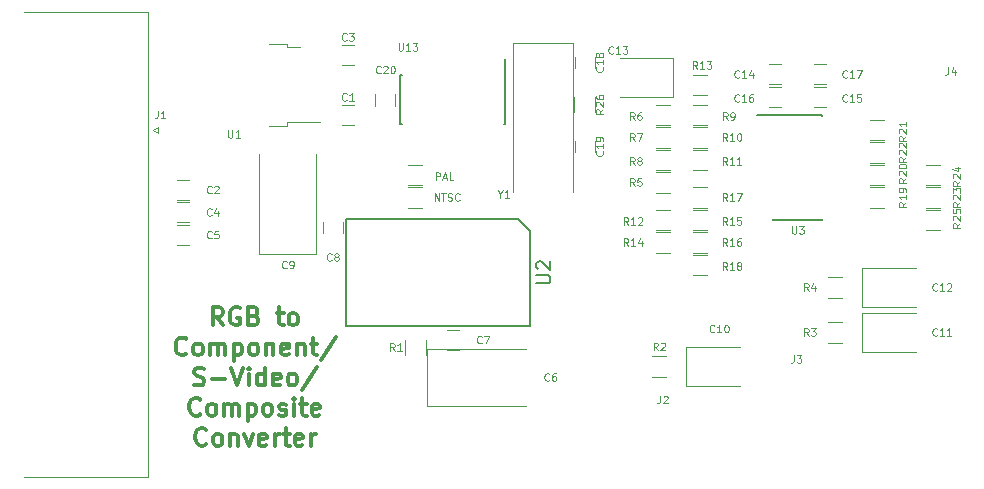
<source format=gto>
G04 #@! TF.FileFunction,Legend,Top*
%FSLAX46Y46*%
G04 Gerber Fmt 4.6, Leading zero omitted, Abs format (unit mm)*
G04 Created by KiCad (PCBNEW 4.0.7) date 02/26/18 13:57:06*
%MOMM*%
%LPD*%
G01*
G04 APERTURE LIST*
%ADD10C,0.100000*%
%ADD11C,0.114300*%
%ADD12C,0.300000*%
%ADD13C,0.120000*%
%ADD14C,0.150000*%
G04 APERTURE END LIST*
D10*
D11*
X103858785Y-91727262D02*
X103858785Y-91092262D01*
X104221643Y-91727262D01*
X104221643Y-91092262D01*
X104433309Y-91092262D02*
X104796166Y-91092262D01*
X104614738Y-91727262D02*
X104614738Y-91092262D01*
X104977595Y-91697024D02*
X105068310Y-91727262D01*
X105219500Y-91727262D01*
X105279976Y-91697024D01*
X105310214Y-91666786D01*
X105340453Y-91606310D01*
X105340453Y-91545833D01*
X105310214Y-91485357D01*
X105279976Y-91455119D01*
X105219500Y-91424881D01*
X105098548Y-91394643D01*
X105038072Y-91364405D01*
X105007833Y-91334167D01*
X104977595Y-91273690D01*
X104977595Y-91213214D01*
X105007833Y-91152738D01*
X105038072Y-91122500D01*
X105098548Y-91092262D01*
X105249738Y-91092262D01*
X105340453Y-91122500D01*
X105975453Y-91666786D02*
X105945215Y-91697024D01*
X105854500Y-91727262D01*
X105794024Y-91727262D01*
X105703310Y-91697024D01*
X105642834Y-91636548D01*
X105612595Y-91576071D01*
X105582357Y-91455119D01*
X105582357Y-91364405D01*
X105612595Y-91243452D01*
X105642834Y-91182976D01*
X105703310Y-91122500D01*
X105794024Y-91092262D01*
X105854500Y-91092262D01*
X105945215Y-91122500D01*
X105975453Y-91152738D01*
X103952523Y-89949262D02*
X103952523Y-89314262D01*
X104194428Y-89314262D01*
X104254904Y-89344500D01*
X104285143Y-89374738D01*
X104315381Y-89435214D01*
X104315381Y-89525929D01*
X104285143Y-89586405D01*
X104254904Y-89616643D01*
X104194428Y-89646881D01*
X103952523Y-89646881D01*
X104557285Y-89767833D02*
X104859666Y-89767833D01*
X104496809Y-89949262D02*
X104708476Y-89314262D01*
X104920143Y-89949262D01*
X105434190Y-89949262D02*
X105131809Y-89949262D01*
X105131809Y-89314262D01*
D12*
X85931715Y-102258571D02*
X85431715Y-101544286D01*
X85074572Y-102258571D02*
X85074572Y-100758571D01*
X85646000Y-100758571D01*
X85788858Y-100830000D01*
X85860286Y-100901429D01*
X85931715Y-101044286D01*
X85931715Y-101258571D01*
X85860286Y-101401429D01*
X85788858Y-101472857D01*
X85646000Y-101544286D01*
X85074572Y-101544286D01*
X87360286Y-100830000D02*
X87217429Y-100758571D01*
X87003143Y-100758571D01*
X86788858Y-100830000D01*
X86646000Y-100972857D01*
X86574572Y-101115714D01*
X86503143Y-101401429D01*
X86503143Y-101615714D01*
X86574572Y-101901429D01*
X86646000Y-102044286D01*
X86788858Y-102187143D01*
X87003143Y-102258571D01*
X87146000Y-102258571D01*
X87360286Y-102187143D01*
X87431715Y-102115714D01*
X87431715Y-101615714D01*
X87146000Y-101615714D01*
X88574572Y-101472857D02*
X88788858Y-101544286D01*
X88860286Y-101615714D01*
X88931715Y-101758571D01*
X88931715Y-101972857D01*
X88860286Y-102115714D01*
X88788858Y-102187143D01*
X88646000Y-102258571D01*
X88074572Y-102258571D01*
X88074572Y-100758571D01*
X88574572Y-100758571D01*
X88717429Y-100830000D01*
X88788858Y-100901429D01*
X88860286Y-101044286D01*
X88860286Y-101187143D01*
X88788858Y-101330000D01*
X88717429Y-101401429D01*
X88574572Y-101472857D01*
X88074572Y-101472857D01*
X90503143Y-101258571D02*
X91074572Y-101258571D01*
X90717429Y-100758571D02*
X90717429Y-102044286D01*
X90788857Y-102187143D01*
X90931715Y-102258571D01*
X91074572Y-102258571D01*
X91788858Y-102258571D02*
X91646000Y-102187143D01*
X91574572Y-102115714D01*
X91503143Y-101972857D01*
X91503143Y-101544286D01*
X91574572Y-101401429D01*
X91646000Y-101330000D01*
X91788858Y-101258571D01*
X92003143Y-101258571D01*
X92146000Y-101330000D01*
X92217429Y-101401429D01*
X92288858Y-101544286D01*
X92288858Y-101972857D01*
X92217429Y-102115714D01*
X92146000Y-102187143D01*
X92003143Y-102258571D01*
X91788858Y-102258571D01*
X82860286Y-104665714D02*
X82788857Y-104737143D01*
X82574571Y-104808571D01*
X82431714Y-104808571D01*
X82217429Y-104737143D01*
X82074571Y-104594286D01*
X82003143Y-104451429D01*
X81931714Y-104165714D01*
X81931714Y-103951429D01*
X82003143Y-103665714D01*
X82074571Y-103522857D01*
X82217429Y-103380000D01*
X82431714Y-103308571D01*
X82574571Y-103308571D01*
X82788857Y-103380000D01*
X82860286Y-103451429D01*
X83717429Y-104808571D02*
X83574571Y-104737143D01*
X83503143Y-104665714D01*
X83431714Y-104522857D01*
X83431714Y-104094286D01*
X83503143Y-103951429D01*
X83574571Y-103880000D01*
X83717429Y-103808571D01*
X83931714Y-103808571D01*
X84074571Y-103880000D01*
X84146000Y-103951429D01*
X84217429Y-104094286D01*
X84217429Y-104522857D01*
X84146000Y-104665714D01*
X84074571Y-104737143D01*
X83931714Y-104808571D01*
X83717429Y-104808571D01*
X84860286Y-104808571D02*
X84860286Y-103808571D01*
X84860286Y-103951429D02*
X84931714Y-103880000D01*
X85074572Y-103808571D01*
X85288857Y-103808571D01*
X85431714Y-103880000D01*
X85503143Y-104022857D01*
X85503143Y-104808571D01*
X85503143Y-104022857D02*
X85574572Y-103880000D01*
X85717429Y-103808571D01*
X85931714Y-103808571D01*
X86074572Y-103880000D01*
X86146000Y-104022857D01*
X86146000Y-104808571D01*
X86860286Y-103808571D02*
X86860286Y-105308571D01*
X86860286Y-103880000D02*
X87003143Y-103808571D01*
X87288857Y-103808571D01*
X87431714Y-103880000D01*
X87503143Y-103951429D01*
X87574572Y-104094286D01*
X87574572Y-104522857D01*
X87503143Y-104665714D01*
X87431714Y-104737143D01*
X87288857Y-104808571D01*
X87003143Y-104808571D01*
X86860286Y-104737143D01*
X88431715Y-104808571D02*
X88288857Y-104737143D01*
X88217429Y-104665714D01*
X88146000Y-104522857D01*
X88146000Y-104094286D01*
X88217429Y-103951429D01*
X88288857Y-103880000D01*
X88431715Y-103808571D01*
X88646000Y-103808571D01*
X88788857Y-103880000D01*
X88860286Y-103951429D01*
X88931715Y-104094286D01*
X88931715Y-104522857D01*
X88860286Y-104665714D01*
X88788857Y-104737143D01*
X88646000Y-104808571D01*
X88431715Y-104808571D01*
X89574572Y-103808571D02*
X89574572Y-104808571D01*
X89574572Y-103951429D02*
X89646000Y-103880000D01*
X89788858Y-103808571D01*
X90003143Y-103808571D01*
X90146000Y-103880000D01*
X90217429Y-104022857D01*
X90217429Y-104808571D01*
X91503143Y-104737143D02*
X91360286Y-104808571D01*
X91074572Y-104808571D01*
X90931715Y-104737143D01*
X90860286Y-104594286D01*
X90860286Y-104022857D01*
X90931715Y-103880000D01*
X91074572Y-103808571D01*
X91360286Y-103808571D01*
X91503143Y-103880000D01*
X91574572Y-104022857D01*
X91574572Y-104165714D01*
X90860286Y-104308571D01*
X92217429Y-103808571D02*
X92217429Y-104808571D01*
X92217429Y-103951429D02*
X92288857Y-103880000D01*
X92431715Y-103808571D01*
X92646000Y-103808571D01*
X92788857Y-103880000D01*
X92860286Y-104022857D01*
X92860286Y-104808571D01*
X93360286Y-103808571D02*
X93931715Y-103808571D01*
X93574572Y-103308571D02*
X93574572Y-104594286D01*
X93646000Y-104737143D01*
X93788858Y-104808571D01*
X93931715Y-104808571D01*
X95503143Y-103237143D02*
X94217429Y-105165714D01*
X83503143Y-107287143D02*
X83717429Y-107358571D01*
X84074572Y-107358571D01*
X84217429Y-107287143D01*
X84288858Y-107215714D01*
X84360286Y-107072857D01*
X84360286Y-106930000D01*
X84288858Y-106787143D01*
X84217429Y-106715714D01*
X84074572Y-106644286D01*
X83788858Y-106572857D01*
X83646000Y-106501429D01*
X83574572Y-106430000D01*
X83503143Y-106287143D01*
X83503143Y-106144286D01*
X83574572Y-106001429D01*
X83646000Y-105930000D01*
X83788858Y-105858571D01*
X84146000Y-105858571D01*
X84360286Y-105930000D01*
X85003143Y-106787143D02*
X86146000Y-106787143D01*
X86646000Y-105858571D02*
X87146000Y-107358571D01*
X87646000Y-105858571D01*
X88146000Y-107358571D02*
X88146000Y-106358571D01*
X88146000Y-105858571D02*
X88074571Y-105930000D01*
X88146000Y-106001429D01*
X88217428Y-105930000D01*
X88146000Y-105858571D01*
X88146000Y-106001429D01*
X89503143Y-107358571D02*
X89503143Y-105858571D01*
X89503143Y-107287143D02*
X89360286Y-107358571D01*
X89074572Y-107358571D01*
X88931714Y-107287143D01*
X88860286Y-107215714D01*
X88788857Y-107072857D01*
X88788857Y-106644286D01*
X88860286Y-106501429D01*
X88931714Y-106430000D01*
X89074572Y-106358571D01*
X89360286Y-106358571D01*
X89503143Y-106430000D01*
X90788857Y-107287143D02*
X90646000Y-107358571D01*
X90360286Y-107358571D01*
X90217429Y-107287143D01*
X90146000Y-107144286D01*
X90146000Y-106572857D01*
X90217429Y-106430000D01*
X90360286Y-106358571D01*
X90646000Y-106358571D01*
X90788857Y-106430000D01*
X90860286Y-106572857D01*
X90860286Y-106715714D01*
X90146000Y-106858571D01*
X91717429Y-107358571D02*
X91574571Y-107287143D01*
X91503143Y-107215714D01*
X91431714Y-107072857D01*
X91431714Y-106644286D01*
X91503143Y-106501429D01*
X91574571Y-106430000D01*
X91717429Y-106358571D01*
X91931714Y-106358571D01*
X92074571Y-106430000D01*
X92146000Y-106501429D01*
X92217429Y-106644286D01*
X92217429Y-107072857D01*
X92146000Y-107215714D01*
X92074571Y-107287143D01*
X91931714Y-107358571D01*
X91717429Y-107358571D01*
X93931714Y-105787143D02*
X92646000Y-107715714D01*
X84038857Y-109765714D02*
X83967428Y-109837143D01*
X83753142Y-109908571D01*
X83610285Y-109908571D01*
X83396000Y-109837143D01*
X83253142Y-109694286D01*
X83181714Y-109551429D01*
X83110285Y-109265714D01*
X83110285Y-109051429D01*
X83181714Y-108765714D01*
X83253142Y-108622857D01*
X83396000Y-108480000D01*
X83610285Y-108408571D01*
X83753142Y-108408571D01*
X83967428Y-108480000D01*
X84038857Y-108551429D01*
X84896000Y-109908571D02*
X84753142Y-109837143D01*
X84681714Y-109765714D01*
X84610285Y-109622857D01*
X84610285Y-109194286D01*
X84681714Y-109051429D01*
X84753142Y-108980000D01*
X84896000Y-108908571D01*
X85110285Y-108908571D01*
X85253142Y-108980000D01*
X85324571Y-109051429D01*
X85396000Y-109194286D01*
X85396000Y-109622857D01*
X85324571Y-109765714D01*
X85253142Y-109837143D01*
X85110285Y-109908571D01*
X84896000Y-109908571D01*
X86038857Y-109908571D02*
X86038857Y-108908571D01*
X86038857Y-109051429D02*
X86110285Y-108980000D01*
X86253143Y-108908571D01*
X86467428Y-108908571D01*
X86610285Y-108980000D01*
X86681714Y-109122857D01*
X86681714Y-109908571D01*
X86681714Y-109122857D02*
X86753143Y-108980000D01*
X86896000Y-108908571D01*
X87110285Y-108908571D01*
X87253143Y-108980000D01*
X87324571Y-109122857D01*
X87324571Y-109908571D01*
X88038857Y-108908571D02*
X88038857Y-110408571D01*
X88038857Y-108980000D02*
X88181714Y-108908571D01*
X88467428Y-108908571D01*
X88610285Y-108980000D01*
X88681714Y-109051429D01*
X88753143Y-109194286D01*
X88753143Y-109622857D01*
X88681714Y-109765714D01*
X88610285Y-109837143D01*
X88467428Y-109908571D01*
X88181714Y-109908571D01*
X88038857Y-109837143D01*
X89610286Y-109908571D02*
X89467428Y-109837143D01*
X89396000Y-109765714D01*
X89324571Y-109622857D01*
X89324571Y-109194286D01*
X89396000Y-109051429D01*
X89467428Y-108980000D01*
X89610286Y-108908571D01*
X89824571Y-108908571D01*
X89967428Y-108980000D01*
X90038857Y-109051429D01*
X90110286Y-109194286D01*
X90110286Y-109622857D01*
X90038857Y-109765714D01*
X89967428Y-109837143D01*
X89824571Y-109908571D01*
X89610286Y-109908571D01*
X90681714Y-109837143D02*
X90824571Y-109908571D01*
X91110286Y-109908571D01*
X91253143Y-109837143D01*
X91324571Y-109694286D01*
X91324571Y-109622857D01*
X91253143Y-109480000D01*
X91110286Y-109408571D01*
X90896000Y-109408571D01*
X90753143Y-109337143D01*
X90681714Y-109194286D01*
X90681714Y-109122857D01*
X90753143Y-108980000D01*
X90896000Y-108908571D01*
X91110286Y-108908571D01*
X91253143Y-108980000D01*
X91967429Y-109908571D02*
X91967429Y-108908571D01*
X91967429Y-108408571D02*
X91896000Y-108480000D01*
X91967429Y-108551429D01*
X92038857Y-108480000D01*
X91967429Y-108408571D01*
X91967429Y-108551429D01*
X92467429Y-108908571D02*
X93038858Y-108908571D01*
X92681715Y-108408571D02*
X92681715Y-109694286D01*
X92753143Y-109837143D01*
X92896001Y-109908571D01*
X93038858Y-109908571D01*
X94110286Y-109837143D02*
X93967429Y-109908571D01*
X93681715Y-109908571D01*
X93538858Y-109837143D01*
X93467429Y-109694286D01*
X93467429Y-109122857D01*
X93538858Y-108980000D01*
X93681715Y-108908571D01*
X93967429Y-108908571D01*
X94110286Y-108980000D01*
X94181715Y-109122857D01*
X94181715Y-109265714D01*
X93467429Y-109408571D01*
X84538858Y-112315714D02*
X84467429Y-112387143D01*
X84253143Y-112458571D01*
X84110286Y-112458571D01*
X83896001Y-112387143D01*
X83753143Y-112244286D01*
X83681715Y-112101429D01*
X83610286Y-111815714D01*
X83610286Y-111601429D01*
X83681715Y-111315714D01*
X83753143Y-111172857D01*
X83896001Y-111030000D01*
X84110286Y-110958571D01*
X84253143Y-110958571D01*
X84467429Y-111030000D01*
X84538858Y-111101429D01*
X85396001Y-112458571D02*
X85253143Y-112387143D01*
X85181715Y-112315714D01*
X85110286Y-112172857D01*
X85110286Y-111744286D01*
X85181715Y-111601429D01*
X85253143Y-111530000D01*
X85396001Y-111458571D01*
X85610286Y-111458571D01*
X85753143Y-111530000D01*
X85824572Y-111601429D01*
X85896001Y-111744286D01*
X85896001Y-112172857D01*
X85824572Y-112315714D01*
X85753143Y-112387143D01*
X85610286Y-112458571D01*
X85396001Y-112458571D01*
X86538858Y-111458571D02*
X86538858Y-112458571D01*
X86538858Y-111601429D02*
X86610286Y-111530000D01*
X86753144Y-111458571D01*
X86967429Y-111458571D01*
X87110286Y-111530000D01*
X87181715Y-111672857D01*
X87181715Y-112458571D01*
X87753144Y-111458571D02*
X88110287Y-112458571D01*
X88467429Y-111458571D01*
X89610286Y-112387143D02*
X89467429Y-112458571D01*
X89181715Y-112458571D01*
X89038858Y-112387143D01*
X88967429Y-112244286D01*
X88967429Y-111672857D01*
X89038858Y-111530000D01*
X89181715Y-111458571D01*
X89467429Y-111458571D01*
X89610286Y-111530000D01*
X89681715Y-111672857D01*
X89681715Y-111815714D01*
X88967429Y-111958571D01*
X90324572Y-112458571D02*
X90324572Y-111458571D01*
X90324572Y-111744286D02*
X90396000Y-111601429D01*
X90467429Y-111530000D01*
X90610286Y-111458571D01*
X90753143Y-111458571D01*
X91038857Y-111458571D02*
X91610286Y-111458571D01*
X91253143Y-110958571D02*
X91253143Y-112244286D01*
X91324571Y-112387143D01*
X91467429Y-112458571D01*
X91610286Y-112458571D01*
X92681714Y-112387143D02*
X92538857Y-112458571D01*
X92253143Y-112458571D01*
X92110286Y-112387143D01*
X92038857Y-112244286D01*
X92038857Y-111672857D01*
X92110286Y-111530000D01*
X92253143Y-111458571D01*
X92538857Y-111458571D01*
X92681714Y-111530000D01*
X92753143Y-111672857D01*
X92753143Y-111815714D01*
X92038857Y-111958571D01*
X93396000Y-112458571D02*
X93396000Y-111458571D01*
X93396000Y-111744286D02*
X93467428Y-111601429D01*
X93538857Y-111530000D01*
X93681714Y-111458571D01*
X93824571Y-111458571D01*
D13*
X89870000Y-85365000D02*
X91370000Y-85365000D01*
X91370000Y-85365000D02*
X91370000Y-85095000D01*
X91370000Y-85095000D02*
X94200000Y-85095000D01*
X89870000Y-78465000D02*
X91370000Y-78465000D01*
X91370000Y-78465000D02*
X91370000Y-78735000D01*
X91370000Y-78735000D02*
X92470000Y-78735000D01*
X103200000Y-104280000D02*
X111600000Y-104280000D01*
X103200000Y-109080000D02*
X111600000Y-109080000D01*
X103200000Y-104280000D02*
X103200000Y-109080000D01*
X97020000Y-83605000D02*
X96020000Y-83605000D01*
X96020000Y-85305000D02*
X97020000Y-85305000D01*
X83050000Y-89955000D02*
X82050000Y-89955000D01*
X82050000Y-91655000D02*
X83050000Y-91655000D01*
X97020000Y-78525000D02*
X96020000Y-78525000D01*
X96020000Y-80225000D02*
X97020000Y-80225000D01*
X83050000Y-91860000D02*
X82050000Y-91860000D01*
X82050000Y-93560000D02*
X83050000Y-93560000D01*
X83050000Y-93765000D02*
X82050000Y-93765000D01*
X82050000Y-95465000D02*
X83050000Y-95465000D01*
X105910000Y-102655000D02*
X104910000Y-102655000D01*
X104910000Y-104355000D02*
X105910000Y-104355000D01*
X94400000Y-93480000D02*
X94400000Y-94480000D01*
X96100000Y-94480000D02*
X96100000Y-93480000D01*
X89040000Y-96190000D02*
X89040000Y-87790000D01*
X93840000Y-96190000D02*
X93840000Y-87790000D01*
X89040000Y-96190000D02*
X93840000Y-96190000D01*
X125152500Y-104077500D02*
X129702500Y-104077500D01*
X125152500Y-107377500D02*
X129702500Y-107377500D01*
X125152500Y-104077500D02*
X125152500Y-107377500D01*
X140075000Y-101220000D02*
X144625000Y-101220000D01*
X140075000Y-104520000D02*
X144625000Y-104520000D01*
X140075000Y-101220000D02*
X140075000Y-104520000D01*
X140075000Y-97410000D02*
X144625000Y-97410000D01*
X140075000Y-100710000D02*
X144625000Y-100710000D01*
X140075000Y-97410000D02*
X140075000Y-100710000D01*
X124085000Y-82930000D02*
X119535000Y-82930000D01*
X124085000Y-79630000D02*
X119535000Y-79630000D01*
X124085000Y-82930000D02*
X124085000Y-79630000D01*
X133215000Y-80176000D02*
X132215000Y-80176000D01*
X132215000Y-81876000D02*
X133215000Y-81876000D01*
X137025000Y-82081000D02*
X136025000Y-82081000D01*
X136025000Y-83781000D02*
X137025000Y-83781000D01*
X133215000Y-82081000D02*
X132215000Y-82081000D01*
X132215000Y-83781000D02*
X133215000Y-83781000D01*
X137025000Y-80176000D02*
X136025000Y-80176000D01*
X136025000Y-81876000D02*
X137025000Y-81876000D01*
X69115000Y-75760000D02*
X79595000Y-75760000D01*
X79595000Y-75760000D02*
X79595000Y-115080000D01*
X79595000Y-115080000D02*
X69115000Y-115080000D01*
X80489338Y-85475000D02*
X80489338Y-85975000D01*
X80489338Y-85975000D02*
X80056325Y-85725000D01*
X80056325Y-85725000D02*
X80489338Y-85475000D01*
X103115000Y-103540000D02*
X103115000Y-104740000D01*
X101355000Y-104740000D02*
X101355000Y-103540000D01*
X123472500Y-106607500D02*
X122272500Y-106607500D01*
X122272500Y-104847500D02*
X123472500Y-104847500D01*
X138395000Y-103750000D02*
X137195000Y-103750000D01*
X137195000Y-101990000D02*
X138395000Y-101990000D01*
X138395000Y-99940000D02*
X137195000Y-99940000D01*
X137195000Y-98180000D02*
X138395000Y-98180000D01*
X123790000Y-91050000D02*
X122590000Y-91050000D01*
X122590000Y-89290000D02*
X123790000Y-89290000D01*
X123790000Y-85335000D02*
X122590000Y-85335000D01*
X122590000Y-83575000D02*
X123790000Y-83575000D01*
X123790000Y-87240000D02*
X122590000Y-87240000D01*
X122590000Y-85480000D02*
X123790000Y-85480000D01*
X123790000Y-89145000D02*
X122590000Y-89145000D01*
X122590000Y-87385000D02*
X123790000Y-87385000D01*
X126965000Y-87240000D02*
X125765000Y-87240000D01*
X125765000Y-85480000D02*
X126965000Y-85480000D01*
X125765000Y-83575000D02*
X126965000Y-83575000D01*
X126965000Y-85335000D02*
X125765000Y-85335000D01*
X126965000Y-89145000D02*
X125765000Y-89145000D01*
X125765000Y-87385000D02*
X126965000Y-87385000D01*
X123790000Y-94225000D02*
X122590000Y-94225000D01*
X122590000Y-92465000D02*
X123790000Y-92465000D01*
X126965000Y-82795000D02*
X125765000Y-82795000D01*
X125765000Y-81035000D02*
X126965000Y-81035000D01*
X122590000Y-94370000D02*
X123790000Y-94370000D01*
X123790000Y-96130000D02*
X122590000Y-96130000D01*
X126965000Y-96130000D02*
X125765000Y-96130000D01*
X125765000Y-94370000D02*
X126965000Y-94370000D01*
X125765000Y-92465000D02*
X126965000Y-92465000D01*
X126965000Y-94225000D02*
X125765000Y-94225000D01*
X126965000Y-92320000D02*
X125765000Y-92320000D01*
X125765000Y-90560000D02*
X126965000Y-90560000D01*
X125765000Y-96275000D02*
X126965000Y-96275000D01*
X126965000Y-98035000D02*
X125765000Y-98035000D01*
X141951000Y-92320000D02*
X140751000Y-92320000D01*
X140751000Y-90560000D02*
X141951000Y-90560000D01*
X140751000Y-88655000D02*
X141951000Y-88655000D01*
X141951000Y-90415000D02*
X140751000Y-90415000D01*
X141951000Y-86605000D02*
X140751000Y-86605000D01*
X140751000Y-84845000D02*
X141951000Y-84845000D01*
X140751000Y-86750000D02*
X141951000Y-86750000D01*
X141951000Y-88510000D02*
X140751000Y-88510000D01*
X146650000Y-92320000D02*
X145450000Y-92320000D01*
X145450000Y-90560000D02*
X146650000Y-90560000D01*
X146650000Y-90415000D02*
X145450000Y-90415000D01*
X145450000Y-88655000D02*
X146650000Y-88655000D01*
X146650000Y-94225000D02*
X145450000Y-94225000D01*
X145450000Y-92465000D02*
X146650000Y-92465000D01*
D14*
X132545000Y-84450000D02*
X132545000Y-84475000D01*
X136695000Y-84450000D02*
X136695000Y-84565000D01*
X136695000Y-93350000D02*
X136695000Y-93235000D01*
X132545000Y-93350000D02*
X132545000Y-93235000D01*
X132545000Y-84450000D02*
X136695000Y-84450000D01*
X132545000Y-93350000D02*
X136695000Y-93350000D01*
X132545000Y-84475000D02*
X131170000Y-84475000D01*
D13*
X115736000Y-79510000D02*
X115736000Y-80510000D01*
X117436000Y-80510000D02*
X117436000Y-79510000D01*
X115736000Y-86622000D02*
X115736000Y-87622000D01*
X117436000Y-87622000D02*
X117436000Y-86622000D01*
X100545000Y-83685000D02*
X100545000Y-82685000D01*
X98845000Y-82685000D02*
X98845000Y-83685000D01*
X115706000Y-84166000D02*
X115706000Y-82966000D01*
X117466000Y-82966000D02*
X117466000Y-84166000D01*
D14*
X109860000Y-81110000D02*
X109835000Y-81110000D01*
X109860000Y-85260000D02*
X109745000Y-85260000D01*
X100960000Y-85260000D02*
X101075000Y-85260000D01*
X100960000Y-81110000D02*
X101075000Y-81110000D01*
X109860000Y-81110000D02*
X109860000Y-85260000D01*
X100960000Y-81110000D02*
X100960000Y-85260000D01*
X109835000Y-81110000D02*
X109835000Y-79735000D01*
D13*
X115580000Y-90990000D02*
X115580000Y-78390000D01*
X115580000Y-78390000D02*
X110480000Y-78390000D01*
X110480000Y-78390000D02*
X110480000Y-90990000D01*
X102835000Y-92320000D02*
X101635000Y-92320000D01*
X101635000Y-90560000D02*
X102835000Y-90560000D01*
X102835000Y-90415000D02*
X101635000Y-90415000D01*
X101635000Y-88655000D02*
X102835000Y-88655000D01*
D14*
X110925000Y-93290000D02*
X111925000Y-94290000D01*
X111925000Y-102290000D02*
X111925000Y-94290000D01*
X110925000Y-93290000D02*
X96355000Y-93290000D01*
X96355000Y-93290000D02*
X96355000Y-102290000D01*
X96355000Y-102290000D02*
X111925000Y-102290000D01*
D11*
X147362333Y-80424262D02*
X147362333Y-80877833D01*
X147332095Y-80968548D01*
X147271619Y-81029024D01*
X147180904Y-81059262D01*
X147120428Y-81059262D01*
X147936857Y-80635929D02*
X147936857Y-81059262D01*
X147785667Y-80394024D02*
X147634476Y-80847595D01*
X148027572Y-80847595D01*
X86384190Y-85758262D02*
X86384190Y-86272310D01*
X86414429Y-86332786D01*
X86444667Y-86363024D01*
X86505143Y-86393262D01*
X86626095Y-86393262D01*
X86686571Y-86363024D01*
X86716810Y-86332786D01*
X86747048Y-86272310D01*
X86747048Y-85758262D01*
X87382048Y-86393262D02*
X87019190Y-86393262D01*
X87200619Y-86393262D02*
X87200619Y-85758262D01*
X87140143Y-85848976D01*
X87079667Y-85909452D01*
X87019190Y-85939690D01*
X113559167Y-106906786D02*
X113528929Y-106937024D01*
X113438214Y-106967262D01*
X113377738Y-106967262D01*
X113287024Y-106937024D01*
X113226548Y-106876548D01*
X113196309Y-106816071D01*
X113166071Y-106695119D01*
X113166071Y-106604405D01*
X113196309Y-106483452D01*
X113226548Y-106422976D01*
X113287024Y-106362500D01*
X113377738Y-106332262D01*
X113438214Y-106332262D01*
X113528929Y-106362500D01*
X113559167Y-106392738D01*
X114103452Y-106332262D02*
X113982500Y-106332262D01*
X113922024Y-106362500D01*
X113891786Y-106392738D01*
X113831309Y-106483452D01*
X113801071Y-106604405D01*
X113801071Y-106846310D01*
X113831309Y-106906786D01*
X113861548Y-106937024D01*
X113922024Y-106967262D01*
X114042976Y-106967262D01*
X114103452Y-106937024D01*
X114133690Y-106906786D01*
X114163929Y-106846310D01*
X114163929Y-106695119D01*
X114133690Y-106634643D01*
X114103452Y-106604405D01*
X114042976Y-106574167D01*
X113922024Y-106574167D01*
X113861548Y-106604405D01*
X113831309Y-106634643D01*
X113801071Y-106695119D01*
X96414167Y-83181786D02*
X96383929Y-83212024D01*
X96293214Y-83242262D01*
X96232738Y-83242262D01*
X96142024Y-83212024D01*
X96081548Y-83151548D01*
X96051309Y-83091071D01*
X96021071Y-82970119D01*
X96021071Y-82879405D01*
X96051309Y-82758452D01*
X96081548Y-82697976D01*
X96142024Y-82637500D01*
X96232738Y-82607262D01*
X96293214Y-82607262D01*
X96383929Y-82637500D01*
X96414167Y-82667738D01*
X97018929Y-83242262D02*
X96656071Y-83242262D01*
X96837500Y-83242262D02*
X96837500Y-82607262D01*
X96777024Y-82697976D01*
X96716548Y-82758452D01*
X96656071Y-82788690D01*
X84984167Y-91031786D02*
X84953929Y-91062024D01*
X84863214Y-91092262D01*
X84802738Y-91092262D01*
X84712024Y-91062024D01*
X84651548Y-91001548D01*
X84621309Y-90941071D01*
X84591071Y-90820119D01*
X84591071Y-90729405D01*
X84621309Y-90608452D01*
X84651548Y-90547976D01*
X84712024Y-90487500D01*
X84802738Y-90457262D01*
X84863214Y-90457262D01*
X84953929Y-90487500D01*
X84984167Y-90517738D01*
X85226071Y-90517738D02*
X85256309Y-90487500D01*
X85316786Y-90457262D01*
X85467976Y-90457262D01*
X85528452Y-90487500D01*
X85558690Y-90517738D01*
X85588929Y-90578214D01*
X85588929Y-90638690D01*
X85558690Y-90729405D01*
X85195833Y-91092262D01*
X85588929Y-91092262D01*
X96414167Y-78101786D02*
X96383929Y-78132024D01*
X96293214Y-78162262D01*
X96232738Y-78162262D01*
X96142024Y-78132024D01*
X96081548Y-78071548D01*
X96051309Y-78011071D01*
X96021071Y-77890119D01*
X96021071Y-77799405D01*
X96051309Y-77678452D01*
X96081548Y-77617976D01*
X96142024Y-77557500D01*
X96232738Y-77527262D01*
X96293214Y-77527262D01*
X96383929Y-77557500D01*
X96414167Y-77587738D01*
X96625833Y-77527262D02*
X97018929Y-77527262D01*
X96807262Y-77769167D01*
X96897976Y-77769167D01*
X96958452Y-77799405D01*
X96988690Y-77829643D01*
X97018929Y-77890119D01*
X97018929Y-78041310D01*
X96988690Y-78101786D01*
X96958452Y-78132024D01*
X96897976Y-78162262D01*
X96716548Y-78162262D01*
X96656071Y-78132024D01*
X96625833Y-78101786D01*
X84984167Y-92936786D02*
X84953929Y-92967024D01*
X84863214Y-92997262D01*
X84802738Y-92997262D01*
X84712024Y-92967024D01*
X84651548Y-92906548D01*
X84621309Y-92846071D01*
X84591071Y-92725119D01*
X84591071Y-92634405D01*
X84621309Y-92513452D01*
X84651548Y-92452976D01*
X84712024Y-92392500D01*
X84802738Y-92362262D01*
X84863214Y-92362262D01*
X84953929Y-92392500D01*
X84984167Y-92422738D01*
X85528452Y-92573929D02*
X85528452Y-92997262D01*
X85377262Y-92332024D02*
X85226071Y-92785595D01*
X85619167Y-92785595D01*
X84984167Y-94841786D02*
X84953929Y-94872024D01*
X84863214Y-94902262D01*
X84802738Y-94902262D01*
X84712024Y-94872024D01*
X84651548Y-94811548D01*
X84621309Y-94751071D01*
X84591071Y-94630119D01*
X84591071Y-94539405D01*
X84621309Y-94418452D01*
X84651548Y-94357976D01*
X84712024Y-94297500D01*
X84802738Y-94267262D01*
X84863214Y-94267262D01*
X84953929Y-94297500D01*
X84984167Y-94327738D01*
X85558690Y-94267262D02*
X85256309Y-94267262D01*
X85226071Y-94569643D01*
X85256309Y-94539405D01*
X85316786Y-94509167D01*
X85467976Y-94509167D01*
X85528452Y-94539405D01*
X85558690Y-94569643D01*
X85588929Y-94630119D01*
X85588929Y-94781310D01*
X85558690Y-94841786D01*
X85528452Y-94872024D01*
X85467976Y-94902262D01*
X85316786Y-94902262D01*
X85256309Y-94872024D01*
X85226071Y-94841786D01*
X107844167Y-103731786D02*
X107813929Y-103762024D01*
X107723214Y-103792262D01*
X107662738Y-103792262D01*
X107572024Y-103762024D01*
X107511548Y-103701548D01*
X107481309Y-103641071D01*
X107451071Y-103520119D01*
X107451071Y-103429405D01*
X107481309Y-103308452D01*
X107511548Y-103247976D01*
X107572024Y-103187500D01*
X107662738Y-103157262D01*
X107723214Y-103157262D01*
X107813929Y-103187500D01*
X107844167Y-103217738D01*
X108055833Y-103157262D02*
X108479167Y-103157262D01*
X108207024Y-103792262D01*
X95144167Y-96746786D02*
X95113929Y-96777024D01*
X95023214Y-96807262D01*
X94962738Y-96807262D01*
X94872024Y-96777024D01*
X94811548Y-96716548D01*
X94781309Y-96656071D01*
X94751071Y-96535119D01*
X94751071Y-96444405D01*
X94781309Y-96323452D01*
X94811548Y-96262976D01*
X94872024Y-96202500D01*
X94962738Y-96172262D01*
X95023214Y-96172262D01*
X95113929Y-96202500D01*
X95144167Y-96232738D01*
X95507024Y-96444405D02*
X95446548Y-96414167D01*
X95416309Y-96383929D01*
X95386071Y-96323452D01*
X95386071Y-96293214D01*
X95416309Y-96232738D01*
X95446548Y-96202500D01*
X95507024Y-96172262D01*
X95627976Y-96172262D01*
X95688452Y-96202500D01*
X95718690Y-96232738D01*
X95748929Y-96293214D01*
X95748929Y-96323452D01*
X95718690Y-96383929D01*
X95688452Y-96414167D01*
X95627976Y-96444405D01*
X95507024Y-96444405D01*
X95446548Y-96474643D01*
X95416309Y-96504881D01*
X95386071Y-96565357D01*
X95386071Y-96686310D01*
X95416309Y-96746786D01*
X95446548Y-96777024D01*
X95507024Y-96807262D01*
X95627976Y-96807262D01*
X95688452Y-96777024D01*
X95718690Y-96746786D01*
X95748929Y-96686310D01*
X95748929Y-96565357D01*
X95718690Y-96504881D01*
X95688452Y-96474643D01*
X95627976Y-96444405D01*
X91334167Y-97381786D02*
X91303929Y-97412024D01*
X91213214Y-97442262D01*
X91152738Y-97442262D01*
X91062024Y-97412024D01*
X91001548Y-97351548D01*
X90971309Y-97291071D01*
X90941071Y-97170119D01*
X90941071Y-97079405D01*
X90971309Y-96958452D01*
X91001548Y-96897976D01*
X91062024Y-96837500D01*
X91152738Y-96807262D01*
X91213214Y-96807262D01*
X91303929Y-96837500D01*
X91334167Y-96867738D01*
X91636548Y-97442262D02*
X91757500Y-97442262D01*
X91817976Y-97412024D01*
X91848214Y-97381786D01*
X91908690Y-97291071D01*
X91938929Y-97170119D01*
X91938929Y-96928214D01*
X91908690Y-96867738D01*
X91878452Y-96837500D01*
X91817976Y-96807262D01*
X91697024Y-96807262D01*
X91636548Y-96837500D01*
X91606309Y-96867738D01*
X91576071Y-96928214D01*
X91576071Y-97079405D01*
X91606309Y-97139881D01*
X91636548Y-97170119D01*
X91697024Y-97200357D01*
X91817976Y-97200357D01*
X91878452Y-97170119D01*
X91908690Y-97139881D01*
X91938929Y-97079405D01*
X127544286Y-102804286D02*
X127514048Y-102834524D01*
X127423333Y-102864762D01*
X127362857Y-102864762D01*
X127272143Y-102834524D01*
X127211667Y-102774048D01*
X127181428Y-102713571D01*
X127151190Y-102592619D01*
X127151190Y-102501905D01*
X127181428Y-102380952D01*
X127211667Y-102320476D01*
X127272143Y-102260000D01*
X127362857Y-102229762D01*
X127423333Y-102229762D01*
X127514048Y-102260000D01*
X127544286Y-102290238D01*
X128149048Y-102864762D02*
X127786190Y-102864762D01*
X127967619Y-102864762D02*
X127967619Y-102229762D01*
X127907143Y-102320476D01*
X127846667Y-102380952D01*
X127786190Y-102411190D01*
X128542143Y-102229762D02*
X128602619Y-102229762D01*
X128663095Y-102260000D01*
X128693333Y-102290238D01*
X128723571Y-102350714D01*
X128753810Y-102471667D01*
X128753810Y-102622857D01*
X128723571Y-102743810D01*
X128693333Y-102804286D01*
X128663095Y-102834524D01*
X128602619Y-102864762D01*
X128542143Y-102864762D01*
X128481667Y-102834524D01*
X128451429Y-102804286D01*
X128421190Y-102743810D01*
X128390952Y-102622857D01*
X128390952Y-102471667D01*
X128421190Y-102350714D01*
X128451429Y-102290238D01*
X128481667Y-102260000D01*
X128542143Y-102229762D01*
X146403786Y-103096786D02*
X146373548Y-103127024D01*
X146282833Y-103157262D01*
X146222357Y-103157262D01*
X146131643Y-103127024D01*
X146071167Y-103066548D01*
X146040928Y-103006071D01*
X146010690Y-102885119D01*
X146010690Y-102794405D01*
X146040928Y-102673452D01*
X146071167Y-102612976D01*
X146131643Y-102552500D01*
X146222357Y-102522262D01*
X146282833Y-102522262D01*
X146373548Y-102552500D01*
X146403786Y-102582738D01*
X147008548Y-103157262D02*
X146645690Y-103157262D01*
X146827119Y-103157262D02*
X146827119Y-102522262D01*
X146766643Y-102612976D01*
X146706167Y-102673452D01*
X146645690Y-102703690D01*
X147613310Y-103157262D02*
X147250452Y-103157262D01*
X147431881Y-103157262D02*
X147431881Y-102522262D01*
X147371405Y-102612976D01*
X147310929Y-102673452D01*
X147250452Y-102703690D01*
X146403786Y-99286786D02*
X146373548Y-99317024D01*
X146282833Y-99347262D01*
X146222357Y-99347262D01*
X146131643Y-99317024D01*
X146071167Y-99256548D01*
X146040928Y-99196071D01*
X146010690Y-99075119D01*
X146010690Y-98984405D01*
X146040928Y-98863452D01*
X146071167Y-98802976D01*
X146131643Y-98742500D01*
X146222357Y-98712262D01*
X146282833Y-98712262D01*
X146373548Y-98742500D01*
X146403786Y-98772738D01*
X147008548Y-99347262D02*
X146645690Y-99347262D01*
X146827119Y-99347262D02*
X146827119Y-98712262D01*
X146766643Y-98802976D01*
X146706167Y-98863452D01*
X146645690Y-98893690D01*
X147250452Y-98772738D02*
X147280690Y-98742500D01*
X147341167Y-98712262D01*
X147492357Y-98712262D01*
X147552833Y-98742500D01*
X147583071Y-98772738D01*
X147613310Y-98833214D01*
X147613310Y-98893690D01*
X147583071Y-98984405D01*
X147220214Y-99347262D01*
X147613310Y-99347262D01*
X118971786Y-79220786D02*
X118941548Y-79251024D01*
X118850833Y-79281262D01*
X118790357Y-79281262D01*
X118699643Y-79251024D01*
X118639167Y-79190548D01*
X118608928Y-79130071D01*
X118578690Y-79009119D01*
X118578690Y-78918405D01*
X118608928Y-78797452D01*
X118639167Y-78736976D01*
X118699643Y-78676500D01*
X118790357Y-78646262D01*
X118850833Y-78646262D01*
X118941548Y-78676500D01*
X118971786Y-78706738D01*
X119576548Y-79281262D02*
X119213690Y-79281262D01*
X119395119Y-79281262D02*
X119395119Y-78646262D01*
X119334643Y-78736976D01*
X119274167Y-78797452D01*
X119213690Y-78827690D01*
X119788214Y-78646262D02*
X120181310Y-78646262D01*
X119969643Y-78888167D01*
X120060357Y-78888167D01*
X120120833Y-78918405D01*
X120151071Y-78948643D01*
X120181310Y-79009119D01*
X120181310Y-79160310D01*
X120151071Y-79220786D01*
X120120833Y-79251024D01*
X120060357Y-79281262D01*
X119878929Y-79281262D01*
X119818452Y-79251024D01*
X119788214Y-79220786D01*
X129639786Y-81252786D02*
X129609548Y-81283024D01*
X129518833Y-81313262D01*
X129458357Y-81313262D01*
X129367643Y-81283024D01*
X129307167Y-81222548D01*
X129276928Y-81162071D01*
X129246690Y-81041119D01*
X129246690Y-80950405D01*
X129276928Y-80829452D01*
X129307167Y-80768976D01*
X129367643Y-80708500D01*
X129458357Y-80678262D01*
X129518833Y-80678262D01*
X129609548Y-80708500D01*
X129639786Y-80738738D01*
X130244548Y-81313262D02*
X129881690Y-81313262D01*
X130063119Y-81313262D02*
X130063119Y-80678262D01*
X130002643Y-80768976D01*
X129942167Y-80829452D01*
X129881690Y-80859690D01*
X130788833Y-80889929D02*
X130788833Y-81313262D01*
X130637643Y-80648024D02*
X130486452Y-81101595D01*
X130879548Y-81101595D01*
X138783786Y-83284786D02*
X138753548Y-83315024D01*
X138662833Y-83345262D01*
X138602357Y-83345262D01*
X138511643Y-83315024D01*
X138451167Y-83254548D01*
X138420928Y-83194071D01*
X138390690Y-83073119D01*
X138390690Y-82982405D01*
X138420928Y-82861452D01*
X138451167Y-82800976D01*
X138511643Y-82740500D01*
X138602357Y-82710262D01*
X138662833Y-82710262D01*
X138753548Y-82740500D01*
X138783786Y-82770738D01*
X139388548Y-83345262D02*
X139025690Y-83345262D01*
X139207119Y-83345262D02*
X139207119Y-82710262D01*
X139146643Y-82800976D01*
X139086167Y-82861452D01*
X139025690Y-82891690D01*
X139963071Y-82710262D02*
X139660690Y-82710262D01*
X139630452Y-83012643D01*
X139660690Y-82982405D01*
X139721167Y-82952167D01*
X139872357Y-82952167D01*
X139932833Y-82982405D01*
X139963071Y-83012643D01*
X139993310Y-83073119D01*
X139993310Y-83224310D01*
X139963071Y-83284786D01*
X139932833Y-83315024D01*
X139872357Y-83345262D01*
X139721167Y-83345262D01*
X139660690Y-83315024D01*
X139630452Y-83284786D01*
X129639786Y-83284786D02*
X129609548Y-83315024D01*
X129518833Y-83345262D01*
X129458357Y-83345262D01*
X129367643Y-83315024D01*
X129307167Y-83254548D01*
X129276928Y-83194071D01*
X129246690Y-83073119D01*
X129246690Y-82982405D01*
X129276928Y-82861452D01*
X129307167Y-82800976D01*
X129367643Y-82740500D01*
X129458357Y-82710262D01*
X129518833Y-82710262D01*
X129609548Y-82740500D01*
X129639786Y-82770738D01*
X130244548Y-83345262D02*
X129881690Y-83345262D01*
X130063119Y-83345262D02*
X130063119Y-82710262D01*
X130002643Y-82800976D01*
X129942167Y-82861452D01*
X129881690Y-82891690D01*
X130788833Y-82710262D02*
X130667881Y-82710262D01*
X130607405Y-82740500D01*
X130577167Y-82770738D01*
X130516690Y-82861452D01*
X130486452Y-82982405D01*
X130486452Y-83224310D01*
X130516690Y-83284786D01*
X130546929Y-83315024D01*
X130607405Y-83345262D01*
X130728357Y-83345262D01*
X130788833Y-83315024D01*
X130819071Y-83284786D01*
X130849310Y-83224310D01*
X130849310Y-83073119D01*
X130819071Y-83012643D01*
X130788833Y-82982405D01*
X130728357Y-82952167D01*
X130607405Y-82952167D01*
X130546929Y-82982405D01*
X130516690Y-83012643D01*
X130486452Y-83073119D01*
X138783786Y-81252786D02*
X138753548Y-81283024D01*
X138662833Y-81313262D01*
X138602357Y-81313262D01*
X138511643Y-81283024D01*
X138451167Y-81222548D01*
X138420928Y-81162071D01*
X138390690Y-81041119D01*
X138390690Y-80950405D01*
X138420928Y-80829452D01*
X138451167Y-80768976D01*
X138511643Y-80708500D01*
X138602357Y-80678262D01*
X138662833Y-80678262D01*
X138753548Y-80708500D01*
X138783786Y-80738738D01*
X139388548Y-81313262D02*
X139025690Y-81313262D01*
X139207119Y-81313262D02*
X139207119Y-80678262D01*
X139146643Y-80768976D01*
X139086167Y-80829452D01*
X139025690Y-80859690D01*
X139600214Y-80678262D02*
X140023548Y-80678262D01*
X139751405Y-81313262D01*
X80433333Y-84107262D02*
X80433333Y-84560833D01*
X80403095Y-84651548D01*
X80342619Y-84712024D01*
X80251904Y-84742262D01*
X80191428Y-84742262D01*
X81068334Y-84742262D02*
X80705476Y-84742262D01*
X80886905Y-84742262D02*
X80886905Y-84107262D01*
X80826429Y-84197976D01*
X80765953Y-84258452D01*
X80705476Y-84288690D01*
X100479167Y-104427262D02*
X100267500Y-104124881D01*
X100116309Y-104427262D02*
X100116309Y-103792262D01*
X100358214Y-103792262D01*
X100418690Y-103822500D01*
X100448929Y-103852738D01*
X100479167Y-103913214D01*
X100479167Y-104003929D01*
X100448929Y-104064405D01*
X100418690Y-104094643D01*
X100358214Y-104124881D01*
X100116309Y-104124881D01*
X101083929Y-104427262D02*
X100721071Y-104427262D01*
X100902500Y-104427262D02*
X100902500Y-103792262D01*
X100842024Y-103882976D01*
X100781548Y-103943452D01*
X100721071Y-103973690D01*
X122766667Y-104364762D02*
X122555000Y-104062381D01*
X122403809Y-104364762D02*
X122403809Y-103729762D01*
X122645714Y-103729762D01*
X122706190Y-103760000D01*
X122736429Y-103790238D01*
X122766667Y-103850714D01*
X122766667Y-103941429D01*
X122736429Y-104001905D01*
X122706190Y-104032143D01*
X122645714Y-104062381D01*
X122403809Y-104062381D01*
X123008571Y-103790238D02*
X123038809Y-103760000D01*
X123099286Y-103729762D01*
X123250476Y-103729762D01*
X123310952Y-103760000D01*
X123341190Y-103790238D01*
X123371429Y-103850714D01*
X123371429Y-103911190D01*
X123341190Y-104001905D01*
X122978333Y-104364762D01*
X123371429Y-104364762D01*
X135530167Y-103157262D02*
X135318500Y-102854881D01*
X135167309Y-103157262D02*
X135167309Y-102522262D01*
X135409214Y-102522262D01*
X135469690Y-102552500D01*
X135499929Y-102582738D01*
X135530167Y-102643214D01*
X135530167Y-102733929D01*
X135499929Y-102794405D01*
X135469690Y-102824643D01*
X135409214Y-102854881D01*
X135167309Y-102854881D01*
X135741833Y-102522262D02*
X136134929Y-102522262D01*
X135923262Y-102764167D01*
X136013976Y-102764167D01*
X136074452Y-102794405D01*
X136104690Y-102824643D01*
X136134929Y-102885119D01*
X136134929Y-103036310D01*
X136104690Y-103096786D01*
X136074452Y-103127024D01*
X136013976Y-103157262D01*
X135832548Y-103157262D01*
X135772071Y-103127024D01*
X135741833Y-103096786D01*
X135530167Y-99347262D02*
X135318500Y-99044881D01*
X135167309Y-99347262D02*
X135167309Y-98712262D01*
X135409214Y-98712262D01*
X135469690Y-98742500D01*
X135499929Y-98772738D01*
X135530167Y-98833214D01*
X135530167Y-98923929D01*
X135499929Y-98984405D01*
X135469690Y-99014643D01*
X135409214Y-99044881D01*
X135167309Y-99044881D01*
X136074452Y-98923929D02*
X136074452Y-99347262D01*
X135923262Y-98682024D02*
X135772071Y-99135595D01*
X136165167Y-99135595D01*
X120798167Y-90457262D02*
X120586500Y-90154881D01*
X120435309Y-90457262D02*
X120435309Y-89822262D01*
X120677214Y-89822262D01*
X120737690Y-89852500D01*
X120767929Y-89882738D01*
X120798167Y-89943214D01*
X120798167Y-90033929D01*
X120767929Y-90094405D01*
X120737690Y-90124643D01*
X120677214Y-90154881D01*
X120435309Y-90154881D01*
X121372690Y-89822262D02*
X121070309Y-89822262D01*
X121040071Y-90124643D01*
X121070309Y-90094405D01*
X121130786Y-90064167D01*
X121281976Y-90064167D01*
X121342452Y-90094405D01*
X121372690Y-90124643D01*
X121402929Y-90185119D01*
X121402929Y-90336310D01*
X121372690Y-90396786D01*
X121342452Y-90427024D01*
X121281976Y-90457262D01*
X121130786Y-90457262D01*
X121070309Y-90427024D01*
X121040071Y-90396786D01*
X120798167Y-84869262D02*
X120586500Y-84566881D01*
X120435309Y-84869262D02*
X120435309Y-84234262D01*
X120677214Y-84234262D01*
X120737690Y-84264500D01*
X120767929Y-84294738D01*
X120798167Y-84355214D01*
X120798167Y-84445929D01*
X120767929Y-84506405D01*
X120737690Y-84536643D01*
X120677214Y-84566881D01*
X120435309Y-84566881D01*
X121342452Y-84234262D02*
X121221500Y-84234262D01*
X121161024Y-84264500D01*
X121130786Y-84294738D01*
X121070309Y-84385452D01*
X121040071Y-84506405D01*
X121040071Y-84748310D01*
X121070309Y-84808786D01*
X121100548Y-84839024D01*
X121161024Y-84869262D01*
X121281976Y-84869262D01*
X121342452Y-84839024D01*
X121372690Y-84808786D01*
X121402929Y-84748310D01*
X121402929Y-84597119D01*
X121372690Y-84536643D01*
X121342452Y-84506405D01*
X121281976Y-84476167D01*
X121161024Y-84476167D01*
X121100548Y-84506405D01*
X121070309Y-84536643D01*
X121040071Y-84597119D01*
X120798167Y-86647262D02*
X120586500Y-86344881D01*
X120435309Y-86647262D02*
X120435309Y-86012262D01*
X120677214Y-86012262D01*
X120737690Y-86042500D01*
X120767929Y-86072738D01*
X120798167Y-86133214D01*
X120798167Y-86223929D01*
X120767929Y-86284405D01*
X120737690Y-86314643D01*
X120677214Y-86344881D01*
X120435309Y-86344881D01*
X121009833Y-86012262D02*
X121433167Y-86012262D01*
X121161024Y-86647262D01*
X120798167Y-88679262D02*
X120586500Y-88376881D01*
X120435309Y-88679262D02*
X120435309Y-88044262D01*
X120677214Y-88044262D01*
X120737690Y-88074500D01*
X120767929Y-88104738D01*
X120798167Y-88165214D01*
X120798167Y-88255929D01*
X120767929Y-88316405D01*
X120737690Y-88346643D01*
X120677214Y-88376881D01*
X120435309Y-88376881D01*
X121161024Y-88316405D02*
X121100548Y-88286167D01*
X121070309Y-88255929D01*
X121040071Y-88195452D01*
X121040071Y-88165214D01*
X121070309Y-88104738D01*
X121100548Y-88074500D01*
X121161024Y-88044262D01*
X121281976Y-88044262D01*
X121342452Y-88074500D01*
X121372690Y-88104738D01*
X121402929Y-88165214D01*
X121402929Y-88195452D01*
X121372690Y-88255929D01*
X121342452Y-88286167D01*
X121281976Y-88316405D01*
X121161024Y-88316405D01*
X121100548Y-88346643D01*
X121070309Y-88376881D01*
X121040071Y-88437357D01*
X121040071Y-88558310D01*
X121070309Y-88618786D01*
X121100548Y-88649024D01*
X121161024Y-88679262D01*
X121281976Y-88679262D01*
X121342452Y-88649024D01*
X121372690Y-88618786D01*
X121402929Y-88558310D01*
X121402929Y-88437357D01*
X121372690Y-88376881D01*
X121342452Y-88346643D01*
X121281976Y-88316405D01*
X128672167Y-84869262D02*
X128460500Y-84566881D01*
X128309309Y-84869262D02*
X128309309Y-84234262D01*
X128551214Y-84234262D01*
X128611690Y-84264500D01*
X128641929Y-84294738D01*
X128672167Y-84355214D01*
X128672167Y-84445929D01*
X128641929Y-84506405D01*
X128611690Y-84536643D01*
X128551214Y-84566881D01*
X128309309Y-84566881D01*
X128974548Y-84869262D02*
X129095500Y-84869262D01*
X129155976Y-84839024D01*
X129186214Y-84808786D01*
X129246690Y-84718071D01*
X129276929Y-84597119D01*
X129276929Y-84355214D01*
X129246690Y-84294738D01*
X129216452Y-84264500D01*
X129155976Y-84234262D01*
X129035024Y-84234262D01*
X128974548Y-84264500D01*
X128944309Y-84294738D01*
X128914071Y-84355214D01*
X128914071Y-84506405D01*
X128944309Y-84566881D01*
X128974548Y-84597119D01*
X129035024Y-84627357D01*
X129155976Y-84627357D01*
X129216452Y-84597119D01*
X129246690Y-84566881D01*
X129276929Y-84506405D01*
X128623786Y-86647262D02*
X128412119Y-86344881D01*
X128260928Y-86647262D02*
X128260928Y-86012262D01*
X128502833Y-86012262D01*
X128563309Y-86042500D01*
X128593548Y-86072738D01*
X128623786Y-86133214D01*
X128623786Y-86223929D01*
X128593548Y-86284405D01*
X128563309Y-86314643D01*
X128502833Y-86344881D01*
X128260928Y-86344881D01*
X129228548Y-86647262D02*
X128865690Y-86647262D01*
X129047119Y-86647262D02*
X129047119Y-86012262D01*
X128986643Y-86102976D01*
X128926167Y-86163452D01*
X128865690Y-86193690D01*
X129621643Y-86012262D02*
X129682119Y-86012262D01*
X129742595Y-86042500D01*
X129772833Y-86072738D01*
X129803071Y-86133214D01*
X129833310Y-86254167D01*
X129833310Y-86405357D01*
X129803071Y-86526310D01*
X129772833Y-86586786D01*
X129742595Y-86617024D01*
X129682119Y-86647262D01*
X129621643Y-86647262D01*
X129561167Y-86617024D01*
X129530929Y-86586786D01*
X129500690Y-86526310D01*
X129470452Y-86405357D01*
X129470452Y-86254167D01*
X129500690Y-86133214D01*
X129530929Y-86072738D01*
X129561167Y-86042500D01*
X129621643Y-86012262D01*
X128623786Y-88679262D02*
X128412119Y-88376881D01*
X128260928Y-88679262D02*
X128260928Y-88044262D01*
X128502833Y-88044262D01*
X128563309Y-88074500D01*
X128593548Y-88104738D01*
X128623786Y-88165214D01*
X128623786Y-88255929D01*
X128593548Y-88316405D01*
X128563309Y-88346643D01*
X128502833Y-88376881D01*
X128260928Y-88376881D01*
X129228548Y-88679262D02*
X128865690Y-88679262D01*
X129047119Y-88679262D02*
X129047119Y-88044262D01*
X128986643Y-88134976D01*
X128926167Y-88195452D01*
X128865690Y-88225690D01*
X129833310Y-88679262D02*
X129470452Y-88679262D01*
X129651881Y-88679262D02*
X129651881Y-88044262D01*
X129591405Y-88134976D01*
X129530929Y-88195452D01*
X129470452Y-88225690D01*
X120241786Y-93759262D02*
X120030119Y-93456881D01*
X119878928Y-93759262D02*
X119878928Y-93124262D01*
X120120833Y-93124262D01*
X120181309Y-93154500D01*
X120211548Y-93184738D01*
X120241786Y-93245214D01*
X120241786Y-93335929D01*
X120211548Y-93396405D01*
X120181309Y-93426643D01*
X120120833Y-93456881D01*
X119878928Y-93456881D01*
X120846548Y-93759262D02*
X120483690Y-93759262D01*
X120665119Y-93759262D02*
X120665119Y-93124262D01*
X120604643Y-93214976D01*
X120544167Y-93275452D01*
X120483690Y-93305690D01*
X121088452Y-93184738D02*
X121118690Y-93154500D01*
X121179167Y-93124262D01*
X121330357Y-93124262D01*
X121390833Y-93154500D01*
X121421071Y-93184738D01*
X121451310Y-93245214D01*
X121451310Y-93305690D01*
X121421071Y-93396405D01*
X121058214Y-93759262D01*
X121451310Y-93759262D01*
X126083786Y-80551262D02*
X125872119Y-80248881D01*
X125720928Y-80551262D02*
X125720928Y-79916262D01*
X125962833Y-79916262D01*
X126023309Y-79946500D01*
X126053548Y-79976738D01*
X126083786Y-80037214D01*
X126083786Y-80127929D01*
X126053548Y-80188405D01*
X126023309Y-80218643D01*
X125962833Y-80248881D01*
X125720928Y-80248881D01*
X126688548Y-80551262D02*
X126325690Y-80551262D01*
X126507119Y-80551262D02*
X126507119Y-79916262D01*
X126446643Y-80006976D01*
X126386167Y-80067452D01*
X126325690Y-80097690D01*
X126900214Y-79916262D02*
X127293310Y-79916262D01*
X127081643Y-80158167D01*
X127172357Y-80158167D01*
X127232833Y-80188405D01*
X127263071Y-80218643D01*
X127293310Y-80279119D01*
X127293310Y-80430310D01*
X127263071Y-80490786D01*
X127232833Y-80521024D01*
X127172357Y-80551262D01*
X126990929Y-80551262D01*
X126930452Y-80521024D01*
X126900214Y-80490786D01*
X120241786Y-95537262D02*
X120030119Y-95234881D01*
X119878928Y-95537262D02*
X119878928Y-94902262D01*
X120120833Y-94902262D01*
X120181309Y-94932500D01*
X120211548Y-94962738D01*
X120241786Y-95023214D01*
X120241786Y-95113929D01*
X120211548Y-95174405D01*
X120181309Y-95204643D01*
X120120833Y-95234881D01*
X119878928Y-95234881D01*
X120846548Y-95537262D02*
X120483690Y-95537262D01*
X120665119Y-95537262D02*
X120665119Y-94902262D01*
X120604643Y-94992976D01*
X120544167Y-95053452D01*
X120483690Y-95083690D01*
X121390833Y-95113929D02*
X121390833Y-95537262D01*
X121239643Y-94872024D02*
X121088452Y-95325595D01*
X121481548Y-95325595D01*
X128623786Y-93759262D02*
X128412119Y-93456881D01*
X128260928Y-93759262D02*
X128260928Y-93124262D01*
X128502833Y-93124262D01*
X128563309Y-93154500D01*
X128593548Y-93184738D01*
X128623786Y-93245214D01*
X128623786Y-93335929D01*
X128593548Y-93396405D01*
X128563309Y-93426643D01*
X128502833Y-93456881D01*
X128260928Y-93456881D01*
X129228548Y-93759262D02*
X128865690Y-93759262D01*
X129047119Y-93759262D02*
X129047119Y-93124262D01*
X128986643Y-93214976D01*
X128926167Y-93275452D01*
X128865690Y-93305690D01*
X129803071Y-93124262D02*
X129500690Y-93124262D01*
X129470452Y-93426643D01*
X129500690Y-93396405D01*
X129561167Y-93366167D01*
X129712357Y-93366167D01*
X129772833Y-93396405D01*
X129803071Y-93426643D01*
X129833310Y-93487119D01*
X129833310Y-93638310D01*
X129803071Y-93698786D01*
X129772833Y-93729024D01*
X129712357Y-93759262D01*
X129561167Y-93759262D01*
X129500690Y-93729024D01*
X129470452Y-93698786D01*
X128623786Y-95537262D02*
X128412119Y-95234881D01*
X128260928Y-95537262D02*
X128260928Y-94902262D01*
X128502833Y-94902262D01*
X128563309Y-94932500D01*
X128593548Y-94962738D01*
X128623786Y-95023214D01*
X128623786Y-95113929D01*
X128593548Y-95174405D01*
X128563309Y-95204643D01*
X128502833Y-95234881D01*
X128260928Y-95234881D01*
X129228548Y-95537262D02*
X128865690Y-95537262D01*
X129047119Y-95537262D02*
X129047119Y-94902262D01*
X128986643Y-94992976D01*
X128926167Y-95053452D01*
X128865690Y-95083690D01*
X129772833Y-94902262D02*
X129651881Y-94902262D01*
X129591405Y-94932500D01*
X129561167Y-94962738D01*
X129500690Y-95053452D01*
X129470452Y-95174405D01*
X129470452Y-95416310D01*
X129500690Y-95476786D01*
X129530929Y-95507024D01*
X129591405Y-95537262D01*
X129712357Y-95537262D01*
X129772833Y-95507024D01*
X129803071Y-95476786D01*
X129833310Y-95416310D01*
X129833310Y-95265119D01*
X129803071Y-95204643D01*
X129772833Y-95174405D01*
X129712357Y-95144167D01*
X129591405Y-95144167D01*
X129530929Y-95174405D01*
X129500690Y-95204643D01*
X129470452Y-95265119D01*
X128623786Y-91727262D02*
X128412119Y-91424881D01*
X128260928Y-91727262D02*
X128260928Y-91092262D01*
X128502833Y-91092262D01*
X128563309Y-91122500D01*
X128593548Y-91152738D01*
X128623786Y-91213214D01*
X128623786Y-91303929D01*
X128593548Y-91364405D01*
X128563309Y-91394643D01*
X128502833Y-91424881D01*
X128260928Y-91424881D01*
X129228548Y-91727262D02*
X128865690Y-91727262D01*
X129047119Y-91727262D02*
X129047119Y-91092262D01*
X128986643Y-91182976D01*
X128926167Y-91243452D01*
X128865690Y-91273690D01*
X129440214Y-91092262D02*
X129863548Y-91092262D01*
X129591405Y-91727262D01*
X128623786Y-97569262D02*
X128412119Y-97266881D01*
X128260928Y-97569262D02*
X128260928Y-96934262D01*
X128502833Y-96934262D01*
X128563309Y-96964500D01*
X128593548Y-96994738D01*
X128623786Y-97055214D01*
X128623786Y-97145929D01*
X128593548Y-97206405D01*
X128563309Y-97236643D01*
X128502833Y-97266881D01*
X128260928Y-97266881D01*
X129228548Y-97569262D02*
X128865690Y-97569262D01*
X129047119Y-97569262D02*
X129047119Y-96934262D01*
X128986643Y-97024976D01*
X128926167Y-97085452D01*
X128865690Y-97115690D01*
X129591405Y-97206405D02*
X129530929Y-97176167D01*
X129500690Y-97145929D01*
X129470452Y-97085452D01*
X129470452Y-97055214D01*
X129500690Y-96994738D01*
X129530929Y-96964500D01*
X129591405Y-96934262D01*
X129712357Y-96934262D01*
X129772833Y-96964500D01*
X129803071Y-96994738D01*
X129833310Y-97055214D01*
X129833310Y-97085452D01*
X129803071Y-97145929D01*
X129772833Y-97176167D01*
X129712357Y-97206405D01*
X129591405Y-97206405D01*
X129530929Y-97236643D01*
X129500690Y-97266881D01*
X129470452Y-97327357D01*
X129470452Y-97448310D01*
X129500690Y-97508786D01*
X129530929Y-97539024D01*
X129591405Y-97569262D01*
X129712357Y-97569262D01*
X129772833Y-97539024D01*
X129803071Y-97508786D01*
X129833310Y-97448310D01*
X129833310Y-97327357D01*
X129803071Y-97266881D01*
X129772833Y-97236643D01*
X129712357Y-97206405D01*
X143797262Y-91848214D02*
X143494881Y-92059881D01*
X143797262Y-92211072D02*
X143162262Y-92211072D01*
X143162262Y-91969167D01*
X143192500Y-91908691D01*
X143222738Y-91878452D01*
X143283214Y-91848214D01*
X143373929Y-91848214D01*
X143434405Y-91878452D01*
X143464643Y-91908691D01*
X143494881Y-91969167D01*
X143494881Y-92211072D01*
X143797262Y-91243452D02*
X143797262Y-91606310D01*
X143797262Y-91424881D02*
X143162262Y-91424881D01*
X143252976Y-91485357D01*
X143313452Y-91545833D01*
X143343690Y-91606310D01*
X143797262Y-90941071D02*
X143797262Y-90820119D01*
X143767024Y-90759643D01*
X143736786Y-90729405D01*
X143646071Y-90668929D01*
X143525119Y-90638690D01*
X143283214Y-90638690D01*
X143222738Y-90668929D01*
X143192500Y-90699167D01*
X143162262Y-90759643D01*
X143162262Y-90880595D01*
X143192500Y-90941071D01*
X143222738Y-90971310D01*
X143283214Y-91001548D01*
X143434405Y-91001548D01*
X143494881Y-90971310D01*
X143525119Y-90941071D01*
X143555357Y-90880595D01*
X143555357Y-90759643D01*
X143525119Y-90699167D01*
X143494881Y-90668929D01*
X143434405Y-90638690D01*
X143797262Y-89816214D02*
X143494881Y-90027881D01*
X143797262Y-90179072D02*
X143162262Y-90179072D01*
X143162262Y-89937167D01*
X143192500Y-89876691D01*
X143222738Y-89846452D01*
X143283214Y-89816214D01*
X143373929Y-89816214D01*
X143434405Y-89846452D01*
X143464643Y-89876691D01*
X143494881Y-89937167D01*
X143494881Y-90179072D01*
X143222738Y-89574310D02*
X143192500Y-89544072D01*
X143162262Y-89483595D01*
X143162262Y-89332405D01*
X143192500Y-89271929D01*
X143222738Y-89241691D01*
X143283214Y-89211452D01*
X143343690Y-89211452D01*
X143434405Y-89241691D01*
X143797262Y-89604548D01*
X143797262Y-89211452D01*
X143162262Y-88818357D02*
X143162262Y-88757881D01*
X143192500Y-88697405D01*
X143222738Y-88667167D01*
X143283214Y-88636929D01*
X143404167Y-88606690D01*
X143555357Y-88606690D01*
X143676310Y-88636929D01*
X143736786Y-88667167D01*
X143767024Y-88697405D01*
X143797262Y-88757881D01*
X143797262Y-88818357D01*
X143767024Y-88878833D01*
X143736786Y-88909071D01*
X143676310Y-88939310D01*
X143555357Y-88969548D01*
X143404167Y-88969548D01*
X143283214Y-88939310D01*
X143222738Y-88909071D01*
X143192500Y-88878833D01*
X143162262Y-88818357D01*
X143797262Y-86260214D02*
X143494881Y-86471881D01*
X143797262Y-86623072D02*
X143162262Y-86623072D01*
X143162262Y-86381167D01*
X143192500Y-86320691D01*
X143222738Y-86290452D01*
X143283214Y-86260214D01*
X143373929Y-86260214D01*
X143434405Y-86290452D01*
X143464643Y-86320691D01*
X143494881Y-86381167D01*
X143494881Y-86623072D01*
X143222738Y-86018310D02*
X143192500Y-85988072D01*
X143162262Y-85927595D01*
X143162262Y-85776405D01*
X143192500Y-85715929D01*
X143222738Y-85685691D01*
X143283214Y-85655452D01*
X143343690Y-85655452D01*
X143434405Y-85685691D01*
X143797262Y-86048548D01*
X143797262Y-85655452D01*
X143797262Y-85050690D02*
X143797262Y-85413548D01*
X143797262Y-85232119D02*
X143162262Y-85232119D01*
X143252976Y-85292595D01*
X143313452Y-85353071D01*
X143343690Y-85413548D01*
X143797262Y-88038214D02*
X143494881Y-88249881D01*
X143797262Y-88401072D02*
X143162262Y-88401072D01*
X143162262Y-88159167D01*
X143192500Y-88098691D01*
X143222738Y-88068452D01*
X143283214Y-88038214D01*
X143373929Y-88038214D01*
X143434405Y-88068452D01*
X143464643Y-88098691D01*
X143494881Y-88159167D01*
X143494881Y-88401072D01*
X143222738Y-87796310D02*
X143192500Y-87766072D01*
X143162262Y-87705595D01*
X143162262Y-87554405D01*
X143192500Y-87493929D01*
X143222738Y-87463691D01*
X143283214Y-87433452D01*
X143343690Y-87433452D01*
X143434405Y-87463691D01*
X143797262Y-87826548D01*
X143797262Y-87433452D01*
X143222738Y-87191548D02*
X143192500Y-87161310D01*
X143162262Y-87100833D01*
X143162262Y-86949643D01*
X143192500Y-86889167D01*
X143222738Y-86858929D01*
X143283214Y-86828690D01*
X143343690Y-86828690D01*
X143434405Y-86858929D01*
X143797262Y-87221786D01*
X143797262Y-86828690D01*
X148369262Y-91848214D02*
X148066881Y-92059881D01*
X148369262Y-92211072D02*
X147734262Y-92211072D01*
X147734262Y-91969167D01*
X147764500Y-91908691D01*
X147794738Y-91878452D01*
X147855214Y-91848214D01*
X147945929Y-91848214D01*
X148006405Y-91878452D01*
X148036643Y-91908691D01*
X148066881Y-91969167D01*
X148066881Y-92211072D01*
X147794738Y-91606310D02*
X147764500Y-91576072D01*
X147734262Y-91515595D01*
X147734262Y-91364405D01*
X147764500Y-91303929D01*
X147794738Y-91273691D01*
X147855214Y-91243452D01*
X147915690Y-91243452D01*
X148006405Y-91273691D01*
X148369262Y-91636548D01*
X148369262Y-91243452D01*
X147734262Y-91031786D02*
X147734262Y-90638690D01*
X147976167Y-90850357D01*
X147976167Y-90759643D01*
X148006405Y-90699167D01*
X148036643Y-90668929D01*
X148097119Y-90638690D01*
X148248310Y-90638690D01*
X148308786Y-90668929D01*
X148339024Y-90699167D01*
X148369262Y-90759643D01*
X148369262Y-90941071D01*
X148339024Y-91001548D01*
X148308786Y-91031786D01*
X148369262Y-90070214D02*
X148066881Y-90281881D01*
X148369262Y-90433072D02*
X147734262Y-90433072D01*
X147734262Y-90191167D01*
X147764500Y-90130691D01*
X147794738Y-90100452D01*
X147855214Y-90070214D01*
X147945929Y-90070214D01*
X148006405Y-90100452D01*
X148036643Y-90130691D01*
X148066881Y-90191167D01*
X148066881Y-90433072D01*
X147794738Y-89828310D02*
X147764500Y-89798072D01*
X147734262Y-89737595D01*
X147734262Y-89586405D01*
X147764500Y-89525929D01*
X147794738Y-89495691D01*
X147855214Y-89465452D01*
X147915690Y-89465452D01*
X148006405Y-89495691D01*
X148369262Y-89858548D01*
X148369262Y-89465452D01*
X147945929Y-88921167D02*
X148369262Y-88921167D01*
X147704024Y-89072357D02*
X148157595Y-89223548D01*
X148157595Y-88830452D01*
X148369262Y-93626214D02*
X148066881Y-93837881D01*
X148369262Y-93989072D02*
X147734262Y-93989072D01*
X147734262Y-93747167D01*
X147764500Y-93686691D01*
X147794738Y-93656452D01*
X147855214Y-93626214D01*
X147945929Y-93626214D01*
X148006405Y-93656452D01*
X148036643Y-93686691D01*
X148066881Y-93747167D01*
X148066881Y-93989072D01*
X147794738Y-93384310D02*
X147764500Y-93354072D01*
X147734262Y-93293595D01*
X147734262Y-93142405D01*
X147764500Y-93081929D01*
X147794738Y-93051691D01*
X147855214Y-93021452D01*
X147915690Y-93021452D01*
X148006405Y-93051691D01*
X148369262Y-93414548D01*
X148369262Y-93021452D01*
X147734262Y-92446929D02*
X147734262Y-92749310D01*
X148036643Y-92779548D01*
X148006405Y-92749310D01*
X147976167Y-92688833D01*
X147976167Y-92537643D01*
X148006405Y-92477167D01*
X148036643Y-92446929D01*
X148097119Y-92416690D01*
X148248310Y-92416690D01*
X148308786Y-92446929D01*
X148339024Y-92477167D01*
X148369262Y-92537643D01*
X148369262Y-92688833D01*
X148339024Y-92749310D01*
X148308786Y-92779548D01*
X134136190Y-93886262D02*
X134136190Y-94400310D01*
X134166429Y-94460786D01*
X134196667Y-94491024D01*
X134257143Y-94521262D01*
X134378095Y-94521262D01*
X134438571Y-94491024D01*
X134468810Y-94460786D01*
X134499048Y-94400310D01*
X134499048Y-93886262D01*
X134740952Y-93886262D02*
X135134048Y-93886262D01*
X134922381Y-94128167D01*
X135013095Y-94128167D01*
X135073571Y-94158405D01*
X135103809Y-94188643D01*
X135134048Y-94249119D01*
X135134048Y-94400310D01*
X135103809Y-94460786D01*
X135073571Y-94491024D01*
X135013095Y-94521262D01*
X134831667Y-94521262D01*
X134771190Y-94491024D01*
X134740952Y-94460786D01*
X122978333Y-108237262D02*
X122978333Y-108690833D01*
X122948095Y-108781548D01*
X122887619Y-108842024D01*
X122796904Y-108872262D01*
X122736428Y-108872262D01*
X123250476Y-108297738D02*
X123280714Y-108267500D01*
X123341191Y-108237262D01*
X123492381Y-108237262D01*
X123552857Y-108267500D01*
X123583095Y-108297738D01*
X123613334Y-108358214D01*
X123613334Y-108418690D01*
X123583095Y-108509405D01*
X123220238Y-108872262D01*
X123613334Y-108872262D01*
X134281333Y-104808262D02*
X134281333Y-105261833D01*
X134251095Y-105352548D01*
X134190619Y-105413024D01*
X134099904Y-105443262D01*
X134039428Y-105443262D01*
X134523238Y-104808262D02*
X134916334Y-104808262D01*
X134704667Y-105050167D01*
X134795381Y-105050167D01*
X134855857Y-105080405D01*
X134886095Y-105110643D01*
X134916334Y-105171119D01*
X134916334Y-105322310D01*
X134886095Y-105382786D01*
X134855857Y-105413024D01*
X134795381Y-105443262D01*
X134613953Y-105443262D01*
X134553476Y-105413024D01*
X134523238Y-105382786D01*
X118082786Y-80418214D02*
X118113024Y-80448452D01*
X118143262Y-80539167D01*
X118143262Y-80599643D01*
X118113024Y-80690357D01*
X118052548Y-80750833D01*
X117992071Y-80781072D01*
X117871119Y-80811310D01*
X117780405Y-80811310D01*
X117659452Y-80781072D01*
X117598976Y-80750833D01*
X117538500Y-80690357D01*
X117508262Y-80599643D01*
X117508262Y-80539167D01*
X117538500Y-80448452D01*
X117568738Y-80418214D01*
X118143262Y-79813452D02*
X118143262Y-80176310D01*
X118143262Y-79994881D02*
X117508262Y-79994881D01*
X117598976Y-80055357D01*
X117659452Y-80115833D01*
X117689690Y-80176310D01*
X117780405Y-79450595D02*
X117750167Y-79511071D01*
X117719929Y-79541310D01*
X117659452Y-79571548D01*
X117629214Y-79571548D01*
X117568738Y-79541310D01*
X117538500Y-79511071D01*
X117508262Y-79450595D01*
X117508262Y-79329643D01*
X117538500Y-79269167D01*
X117568738Y-79238929D01*
X117629214Y-79208690D01*
X117659452Y-79208690D01*
X117719929Y-79238929D01*
X117750167Y-79269167D01*
X117780405Y-79329643D01*
X117780405Y-79450595D01*
X117810643Y-79511071D01*
X117840881Y-79541310D01*
X117901357Y-79571548D01*
X118022310Y-79571548D01*
X118082786Y-79541310D01*
X118113024Y-79511071D01*
X118143262Y-79450595D01*
X118143262Y-79329643D01*
X118113024Y-79269167D01*
X118082786Y-79238929D01*
X118022310Y-79208690D01*
X117901357Y-79208690D01*
X117840881Y-79238929D01*
X117810643Y-79269167D01*
X117780405Y-79329643D01*
X118082786Y-87530214D02*
X118113024Y-87560452D01*
X118143262Y-87651167D01*
X118143262Y-87711643D01*
X118113024Y-87802357D01*
X118052548Y-87862833D01*
X117992071Y-87893072D01*
X117871119Y-87923310D01*
X117780405Y-87923310D01*
X117659452Y-87893072D01*
X117598976Y-87862833D01*
X117538500Y-87802357D01*
X117508262Y-87711643D01*
X117508262Y-87651167D01*
X117538500Y-87560452D01*
X117568738Y-87530214D01*
X118143262Y-86925452D02*
X118143262Y-87288310D01*
X118143262Y-87106881D02*
X117508262Y-87106881D01*
X117598976Y-87167357D01*
X117659452Y-87227833D01*
X117689690Y-87288310D01*
X118143262Y-86623071D02*
X118143262Y-86502119D01*
X118113024Y-86441643D01*
X118082786Y-86411405D01*
X117992071Y-86350929D01*
X117871119Y-86320690D01*
X117629214Y-86320690D01*
X117568738Y-86350929D01*
X117538500Y-86381167D01*
X117508262Y-86441643D01*
X117508262Y-86562595D01*
X117538500Y-86623071D01*
X117568738Y-86653310D01*
X117629214Y-86683548D01*
X117780405Y-86683548D01*
X117840881Y-86653310D01*
X117871119Y-86623071D01*
X117901357Y-86562595D01*
X117901357Y-86441643D01*
X117871119Y-86381167D01*
X117840881Y-86350929D01*
X117780405Y-86320690D01*
X99286786Y-80871786D02*
X99256548Y-80902024D01*
X99165833Y-80932262D01*
X99105357Y-80932262D01*
X99014643Y-80902024D01*
X98954167Y-80841548D01*
X98923928Y-80781071D01*
X98893690Y-80660119D01*
X98893690Y-80569405D01*
X98923928Y-80448452D01*
X98954167Y-80387976D01*
X99014643Y-80327500D01*
X99105357Y-80297262D01*
X99165833Y-80297262D01*
X99256548Y-80327500D01*
X99286786Y-80357738D01*
X99528690Y-80357738D02*
X99558928Y-80327500D01*
X99619405Y-80297262D01*
X99770595Y-80297262D01*
X99831071Y-80327500D01*
X99861309Y-80357738D01*
X99891548Y-80418214D01*
X99891548Y-80478690D01*
X99861309Y-80569405D01*
X99498452Y-80932262D01*
X99891548Y-80932262D01*
X100284643Y-80297262D02*
X100345119Y-80297262D01*
X100405595Y-80327500D01*
X100435833Y-80357738D01*
X100466071Y-80418214D01*
X100496310Y-80539167D01*
X100496310Y-80690357D01*
X100466071Y-80811310D01*
X100435833Y-80871786D01*
X100405595Y-80902024D01*
X100345119Y-80932262D01*
X100284643Y-80932262D01*
X100224167Y-80902024D01*
X100193929Y-80871786D01*
X100163690Y-80811310D01*
X100133452Y-80690357D01*
X100133452Y-80539167D01*
X100163690Y-80418214D01*
X100193929Y-80357738D01*
X100224167Y-80327500D01*
X100284643Y-80297262D01*
X118143262Y-83974214D02*
X117840881Y-84185881D01*
X118143262Y-84337072D02*
X117508262Y-84337072D01*
X117508262Y-84095167D01*
X117538500Y-84034691D01*
X117568738Y-84004452D01*
X117629214Y-83974214D01*
X117719929Y-83974214D01*
X117780405Y-84004452D01*
X117810643Y-84034691D01*
X117840881Y-84095167D01*
X117840881Y-84337072D01*
X117568738Y-83732310D02*
X117538500Y-83702072D01*
X117508262Y-83641595D01*
X117508262Y-83490405D01*
X117538500Y-83429929D01*
X117568738Y-83399691D01*
X117629214Y-83369452D01*
X117689690Y-83369452D01*
X117780405Y-83399691D01*
X118143262Y-83762548D01*
X118143262Y-83369452D01*
X117508262Y-82825167D02*
X117508262Y-82946119D01*
X117538500Y-83006595D01*
X117568738Y-83036833D01*
X117659452Y-83097310D01*
X117780405Y-83127548D01*
X118022310Y-83127548D01*
X118082786Y-83097310D01*
X118113024Y-83067071D01*
X118143262Y-83006595D01*
X118143262Y-82885643D01*
X118113024Y-82825167D01*
X118082786Y-82794929D01*
X118022310Y-82764690D01*
X117871119Y-82764690D01*
X117810643Y-82794929D01*
X117780405Y-82825167D01*
X117750167Y-82885643D01*
X117750167Y-83006595D01*
X117780405Y-83067071D01*
X117810643Y-83097310D01*
X117871119Y-83127548D01*
X100813809Y-78392262D02*
X100813809Y-78906310D01*
X100844048Y-78966786D01*
X100874286Y-78997024D01*
X100934762Y-79027262D01*
X101055714Y-79027262D01*
X101116190Y-78997024D01*
X101146429Y-78966786D01*
X101176667Y-78906310D01*
X101176667Y-78392262D01*
X101811667Y-79027262D02*
X101448809Y-79027262D01*
X101630238Y-79027262D02*
X101630238Y-78392262D01*
X101569762Y-78482976D01*
X101509286Y-78543452D01*
X101448809Y-78573690D01*
X102023333Y-78392262D02*
X102416429Y-78392262D01*
X102204762Y-78634167D01*
X102295476Y-78634167D01*
X102355952Y-78664405D01*
X102386190Y-78694643D01*
X102416429Y-78755119D01*
X102416429Y-78906310D01*
X102386190Y-78966786D01*
X102355952Y-78997024D01*
X102295476Y-79027262D01*
X102114048Y-79027262D01*
X102053571Y-78997024D01*
X102023333Y-78966786D01*
X109425619Y-91170881D02*
X109425619Y-91473262D01*
X109213952Y-90838262D02*
X109425619Y-91170881D01*
X109637286Y-90838262D01*
X110181572Y-91473262D02*
X109818714Y-91473262D01*
X110000143Y-91473262D02*
X110000143Y-90838262D01*
X109939667Y-90928976D01*
X109879191Y-90989452D01*
X109818714Y-91019690D01*
D14*
X112467857Y-98704286D02*
X113439286Y-98704286D01*
X113553571Y-98647143D01*
X113610714Y-98590000D01*
X113667857Y-98475714D01*
X113667857Y-98247143D01*
X113610714Y-98132857D01*
X113553571Y-98075714D01*
X113439286Y-98018571D01*
X112467857Y-98018571D01*
X112582143Y-97504286D02*
X112525000Y-97447143D01*
X112467857Y-97332857D01*
X112467857Y-97047143D01*
X112525000Y-96932857D01*
X112582143Y-96875714D01*
X112696429Y-96818571D01*
X112810714Y-96818571D01*
X112982143Y-96875714D01*
X113667857Y-97561428D01*
X113667857Y-96818571D01*
M02*

</source>
